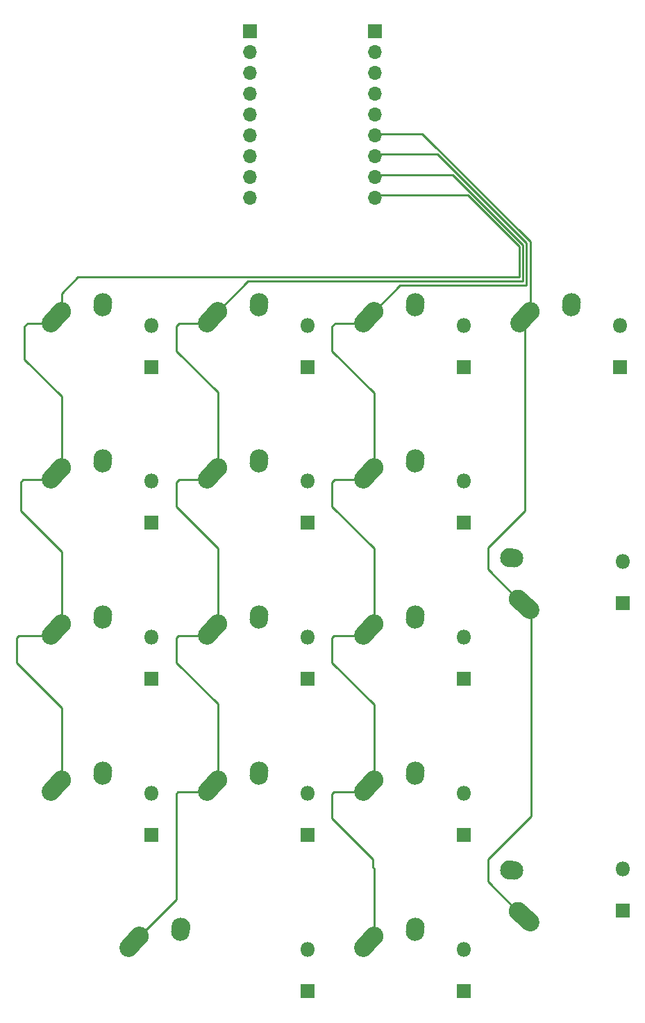
<source format=gbr>
G04 #@! TF.GenerationSoftware,KiCad,Pcbnew,7.0.1*
G04 #@! TF.CreationDate,2023-10-11T20:02:21-04:00*
G04 #@! TF.ProjectId,keyboard,6b657962-6f61-4726-942e-6b696361645f,rev?*
G04 #@! TF.SameCoordinates,Original*
G04 #@! TF.FileFunction,Copper,L1,Top*
G04 #@! TF.FilePolarity,Positive*
%FSLAX46Y46*%
G04 Gerber Fmt 4.6, Leading zero omitted, Abs format (unit mm)*
G04 Created by KiCad (PCBNEW 7.0.1) date 2023-10-11 20:02:21*
%MOMM*%
%LPD*%
G01*
G04 APERTURE LIST*
G04 Aperture macros list*
%AMHorizOval*
0 Thick line with rounded ends*
0 $1 width*
0 $2 $3 position (X,Y) of the first rounded end (center of the circle)*
0 $4 $5 position (X,Y) of the second rounded end (center of the circle)*
0 Add line between two ends*
20,1,$1,$2,$3,$4,$5,0*
0 Add two circle primitives to create the rounded ends*
1,1,$1,$2,$3*
1,1,$1,$4,$5*%
G04 Aperture macros list end*
G04 #@! TA.AperFunction,ComponentPad*
%ADD10R,1.800000X1.800000*%
G04 #@! TD*
G04 #@! TA.AperFunction,ComponentPad*
%ADD11O,1.800000X1.800000*%
G04 #@! TD*
G04 #@! TA.AperFunction,ComponentPad*
%ADD12HorizOval,2.250000X-0.730000X0.655001X0.730000X-0.655001X0*%
G04 #@! TD*
G04 #@! TA.AperFunction,ComponentPad*
%ADD13C,2.250000*%
G04 #@! TD*
G04 #@! TA.AperFunction,ComponentPad*
%ADD14HorizOval,2.250000X-0.290000X0.020000X0.290000X-0.020000X0*%
G04 #@! TD*
G04 #@! TA.AperFunction,ComponentPad*
%ADD15HorizOval,2.250000X0.655001X0.730000X-0.655001X-0.730000X0*%
G04 #@! TD*
G04 #@! TA.AperFunction,ComponentPad*
%ADD16HorizOval,2.250000X0.020000X0.290000X-0.020000X-0.290000X0*%
G04 #@! TD*
G04 #@! TA.AperFunction,ComponentPad*
%ADD17R,1.700000X1.700000*%
G04 #@! TD*
G04 #@! TA.AperFunction,ComponentPad*
%ADD18O,1.700000X1.700000*%
G04 #@! TD*
G04 #@! TA.AperFunction,Conductor*
%ADD19C,0.250000*%
G04 #@! TD*
G04 APERTURE END LIST*
D10*
X318050000Y-223110000D03*
D11*
X318050000Y-218030000D03*
D10*
X299000000Y-223110000D03*
D11*
X299000000Y-218030000D03*
D10*
X337440000Y-213230000D03*
D11*
X337440000Y-208150000D03*
D10*
X318050000Y-204060000D03*
D11*
X318050000Y-198980000D03*
D10*
X299000000Y-204060000D03*
D11*
X299000000Y-198980000D03*
D10*
X279950000Y-204060000D03*
D11*
X279950000Y-198980000D03*
D10*
X318050000Y-185010000D03*
D11*
X318050000Y-179930000D03*
D10*
X299000000Y-185010000D03*
D11*
X299000000Y-179930000D03*
D10*
X279950000Y-185010000D03*
D11*
X279950000Y-179930000D03*
D10*
X337440000Y-175730000D03*
D11*
X337440000Y-170650000D03*
D10*
X318050000Y-165960000D03*
D11*
X318050000Y-160880000D03*
D10*
X299000000Y-165960000D03*
D11*
X299000000Y-160880000D03*
D10*
X279950000Y-165960000D03*
D11*
X279950000Y-160880000D03*
D10*
X337100000Y-147005000D03*
D11*
X337100000Y-141925000D03*
D10*
X318050000Y-147000000D03*
D11*
X318050000Y-141920000D03*
D10*
X299000000Y-147000000D03*
D11*
X299000000Y-141920000D03*
D10*
X279950000Y-147000000D03*
D11*
X279950000Y-141920000D03*
D12*
X325415000Y-175892999D03*
D13*
X324685000Y-175238000D03*
D14*
X323895000Y-170218000D03*
D13*
X323605000Y-170198000D03*
D15*
X268355001Y-198060000D03*
D13*
X269010000Y-197330000D03*
D16*
X274030000Y-196540000D03*
D13*
X274050000Y-196250000D03*
D12*
X325415000Y-213992999D03*
D13*
X324685000Y-213338000D03*
D14*
X323895000Y-208318000D03*
D13*
X323605000Y-208298000D03*
D17*
X307250000Y-106000000D03*
D18*
X307250000Y-108540000D03*
X307250000Y-111080000D03*
X307250000Y-113620000D03*
X307250000Y-116160000D03*
X307250000Y-118700000D03*
X307250000Y-121240000D03*
X307250000Y-123780000D03*
X307250000Y-126320000D03*
D15*
X287405001Y-159960000D03*
D13*
X288060000Y-159230000D03*
D16*
X293080000Y-158440000D03*
D13*
X293100000Y-158150000D03*
D15*
X325505001Y-140910000D03*
D13*
X326160000Y-140180000D03*
D16*
X331180000Y-139390000D03*
D13*
X331200000Y-139100000D03*
D15*
X268355001Y-140910000D03*
D13*
X269010000Y-140180000D03*
D16*
X274030000Y-139390000D03*
D13*
X274050000Y-139100000D03*
D15*
X277880001Y-217110000D03*
D13*
X278535000Y-216380000D03*
D16*
X283555000Y-215590000D03*
D13*
X283575000Y-215300000D03*
D15*
X306455001Y-159960000D03*
D13*
X307110000Y-159230000D03*
D16*
X312130000Y-158440000D03*
D13*
X312150000Y-158150000D03*
D15*
X268355001Y-159960000D03*
D13*
X269010000Y-159230000D03*
D16*
X274030000Y-158440000D03*
D13*
X274050000Y-158150000D03*
D15*
X306455001Y-179010000D03*
D13*
X307110000Y-178280000D03*
D16*
X312130000Y-177490000D03*
D13*
X312150000Y-177200000D03*
D15*
X287405001Y-140910000D03*
D13*
X288060000Y-140180000D03*
D16*
X293080000Y-139390000D03*
D13*
X293100000Y-139100000D03*
D15*
X306455001Y-198060000D03*
D13*
X307110000Y-197330000D03*
D16*
X312130000Y-196540000D03*
D13*
X312150000Y-196250000D03*
D15*
X287405001Y-179010000D03*
D13*
X288060000Y-178280000D03*
D16*
X293080000Y-177490000D03*
D13*
X293100000Y-177200000D03*
D15*
X287405001Y-198060000D03*
D13*
X288060000Y-197330000D03*
D16*
X293080000Y-196540000D03*
D13*
X293100000Y-196250000D03*
D17*
X292000000Y-106000000D03*
D18*
X292000000Y-108540000D03*
X292000000Y-111080000D03*
X292000000Y-113620000D03*
X292000000Y-116160000D03*
X292000000Y-118700000D03*
X292000000Y-121240000D03*
X292000000Y-123780000D03*
X292000000Y-126320000D03*
D15*
X268355001Y-179010000D03*
D13*
X269010000Y-178280000D03*
D16*
X274030000Y-177490000D03*
D13*
X274050000Y-177200000D03*
D15*
X306455001Y-140910000D03*
D13*
X307110000Y-140180000D03*
D16*
X312130000Y-139390000D03*
D13*
X312150000Y-139100000D03*
D15*
X306455001Y-217110000D03*
D13*
X307110000Y-216380000D03*
D16*
X312130000Y-215590000D03*
D13*
X312150000Y-215300000D03*
D19*
X264000000Y-164500000D02*
X269010000Y-169510000D01*
X267700000Y-160690000D02*
X264310000Y-160690000D01*
X269010000Y-150510000D02*
X269010000Y-159230000D01*
X324810000Y-136000000D02*
X271000000Y-136000000D01*
X264310000Y-160690000D02*
X264000000Y-161000000D01*
X263500000Y-180000000D02*
X263500000Y-183000000D01*
X307250000Y-126320000D02*
X307430000Y-126500000D01*
X264000000Y-161000000D02*
X264000000Y-164500000D01*
X264500000Y-146000000D02*
X269010000Y-150510000D01*
X269010000Y-137990000D02*
X269010000Y-140180000D01*
X264860000Y-141640000D02*
X264500000Y-142000000D01*
X307250000Y-126320000D02*
X307570000Y-126000000D01*
X307570000Y-126000000D02*
X318590812Y-126000000D01*
X264500000Y-142000000D02*
X264500000Y-146000000D01*
X324810000Y-132219188D02*
X324810000Y-136000000D01*
X263500000Y-183000000D02*
X269010000Y-188510000D01*
X263760000Y-179740000D02*
X263500000Y-180000000D01*
X269010000Y-188510000D02*
X269010000Y-197330000D01*
X269010000Y-169510000D02*
X269010000Y-178280000D01*
X318590812Y-126000000D02*
X324810000Y-132219188D01*
X267700000Y-141640000D02*
X264860000Y-141640000D01*
X271000000Y-136000000D02*
X269010000Y-137990000D01*
X267700000Y-179740000D02*
X263760000Y-179740000D01*
X283000000Y-180000000D02*
X283000000Y-183000000D01*
X283000000Y-211915000D02*
X278535000Y-216380000D01*
X291740000Y-136500000D02*
X288060000Y-140180000D01*
X286750000Y-179740000D02*
X283260000Y-179740000D01*
X307250000Y-123780000D02*
X307470000Y-124000000D01*
X283260000Y-179740000D02*
X283000000Y-180000000D01*
X286750000Y-198790000D02*
X283210000Y-198790000D01*
X283310000Y-160690000D02*
X283000000Y-161000000D01*
X283000000Y-142000000D02*
X283000000Y-145000000D01*
X283210000Y-198790000D02*
X283000000Y-199000000D01*
X316727208Y-123500000D02*
X325260000Y-132032792D01*
X283000000Y-183000000D02*
X288060000Y-188060000D01*
X307250000Y-123780000D02*
X307530000Y-123500000D01*
X283000000Y-145000000D02*
X288060000Y-150060000D01*
X283000000Y-161000000D02*
X283000000Y-164000000D01*
X288060000Y-188060000D02*
X288060000Y-197330000D01*
X307530000Y-123500000D02*
X316727208Y-123500000D01*
X283000000Y-164000000D02*
X288060000Y-169060000D01*
X283360000Y-141640000D02*
X283000000Y-142000000D01*
X325260000Y-132032792D02*
X325260000Y-136500000D01*
X286750000Y-141640000D02*
X283360000Y-141640000D01*
X286750000Y-160690000D02*
X283310000Y-160690000D01*
X288060000Y-169060000D02*
X288060000Y-178280000D01*
X325260000Y-136500000D02*
X291740000Y-136500000D01*
X283000000Y-199000000D02*
X283000000Y-211915000D01*
X288060000Y-150060000D02*
X288060000Y-159230000D01*
X305800000Y-141640000D02*
X302360000Y-141640000D01*
X325710000Y-137000000D02*
X310290000Y-137000000D01*
X302000000Y-161000000D02*
X302000000Y-164000000D01*
X302000000Y-164000000D02*
X307110000Y-169110000D01*
X307110000Y-150110000D02*
X307110000Y-159230000D01*
X302000000Y-199000000D02*
X302000000Y-202000000D01*
X314863604Y-121000000D02*
X325710000Y-131846396D01*
X305800000Y-198790000D02*
X302210000Y-198790000D01*
X307250000Y-121240000D02*
X307510000Y-121500000D01*
X302000000Y-145000000D02*
X307110000Y-150110000D01*
X302000000Y-183000000D02*
X307110000Y-188110000D01*
X307000000Y-208000000D02*
X307110000Y-208110000D01*
X302000000Y-142000000D02*
X302000000Y-145000000D01*
X302210000Y-198790000D02*
X302000000Y-199000000D01*
X302260000Y-179740000D02*
X302000000Y-180000000D01*
X307110000Y-208110000D02*
X307110000Y-216380000D01*
X310290000Y-137000000D02*
X307110000Y-140180000D01*
X307110000Y-188110000D02*
X307110000Y-197330000D01*
X325710000Y-131846396D02*
X325710000Y-137000000D01*
X302000000Y-180000000D02*
X302000000Y-183000000D01*
X307000000Y-207000000D02*
X307000000Y-208000000D01*
X307250000Y-121240000D02*
X307490000Y-121000000D01*
X307490000Y-121000000D02*
X314863604Y-121000000D01*
X302310000Y-160690000D02*
X302000000Y-161000000D01*
X307110000Y-169110000D02*
X307110000Y-178280000D01*
X302000000Y-202000000D02*
X307000000Y-207000000D01*
X305800000Y-179740000D02*
X302260000Y-179740000D01*
X305800000Y-160690000D02*
X302310000Y-160690000D01*
X302360000Y-141640000D02*
X302000000Y-142000000D01*
X321000000Y-207000000D02*
X321000000Y-209695000D01*
X325500000Y-142290000D02*
X325500000Y-164500000D01*
X321000000Y-171595000D02*
X324787000Y-175382000D01*
X307250000Y-118700000D02*
X307550000Y-119000000D01*
X326160000Y-131660000D02*
X326160000Y-140180000D01*
X326247000Y-201753000D02*
X321000000Y-207000000D01*
X313000000Y-118500000D02*
X326160000Y-131660000D01*
X324850000Y-141640000D02*
X325500000Y-142290000D01*
X307250000Y-118700000D02*
X307450000Y-118500000D01*
X307450000Y-118500000D02*
X313000000Y-118500000D01*
X326247000Y-176692000D02*
X326247000Y-201753000D01*
X321000000Y-209695000D02*
X324787000Y-213482000D01*
X325500000Y-164500000D02*
X321000000Y-169000000D01*
X321000000Y-169000000D02*
X321000000Y-171595000D01*
M02*

</source>
